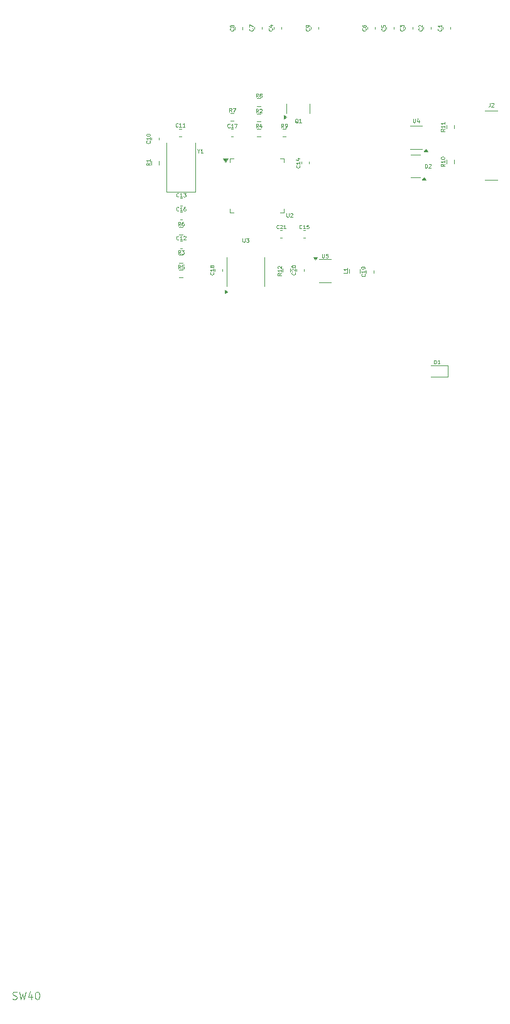
<source format=gbr>
%TF.GenerationSoftware,KiCad,Pcbnew,8.0.1*%
%TF.CreationDate,2024-04-23T17:34:02+02:00*%
%TF.ProjectId,DM50,444d3530-2e6b-4696-9361-645f70636258,rev?*%
%TF.SameCoordinates,Original*%
%TF.FileFunction,Legend,Top*%
%TF.FilePolarity,Positive*%
%FSLAX46Y46*%
G04 Gerber Fmt 4.6, Leading zero omitted, Abs format (unit mm)*
G04 Created by KiCad (PCBNEW 8.0.1) date 2024-04-23 17:34:02*
%MOMM*%
%LPD*%
G01*
G04 APERTURE LIST*
%ADD10C,0.100000*%
%ADD11C,0.120000*%
G04 APERTURE END LIST*
D10*
X72078571Y-52078490D02*
X72054762Y-52102300D01*
X72054762Y-52102300D02*
X71983333Y-52126109D01*
X71983333Y-52126109D02*
X71935714Y-52126109D01*
X71935714Y-52126109D02*
X71864286Y-52102300D01*
X71864286Y-52102300D02*
X71816667Y-52054680D01*
X71816667Y-52054680D02*
X71792857Y-52007061D01*
X71792857Y-52007061D02*
X71769048Y-51911823D01*
X71769048Y-51911823D02*
X71769048Y-51840395D01*
X71769048Y-51840395D02*
X71792857Y-51745157D01*
X71792857Y-51745157D02*
X71816667Y-51697538D01*
X71816667Y-51697538D02*
X71864286Y-51649919D01*
X71864286Y-51649919D02*
X71935714Y-51626109D01*
X71935714Y-51626109D02*
X71983333Y-51626109D01*
X71983333Y-51626109D02*
X72054762Y-51649919D01*
X72054762Y-51649919D02*
X72078571Y-51673728D01*
X72554762Y-52126109D02*
X72269048Y-52126109D01*
X72411905Y-52126109D02*
X72411905Y-51626109D01*
X72411905Y-51626109D02*
X72364286Y-51697538D01*
X72364286Y-51697538D02*
X72316667Y-51745157D01*
X72316667Y-51745157D02*
X72269048Y-51768966D01*
X73030952Y-52126109D02*
X72745238Y-52126109D01*
X72888095Y-52126109D02*
X72888095Y-51626109D01*
X72888095Y-51626109D02*
X72840476Y-51697538D01*
X72840476Y-51697538D02*
X72792857Y-51745157D01*
X72792857Y-51745157D02*
X72745238Y-51768966D01*
X72178571Y-63378490D02*
X72154762Y-63402300D01*
X72154762Y-63402300D02*
X72083333Y-63426109D01*
X72083333Y-63426109D02*
X72035714Y-63426109D01*
X72035714Y-63426109D02*
X71964286Y-63402300D01*
X71964286Y-63402300D02*
X71916667Y-63354680D01*
X71916667Y-63354680D02*
X71892857Y-63307061D01*
X71892857Y-63307061D02*
X71869048Y-63211823D01*
X71869048Y-63211823D02*
X71869048Y-63140395D01*
X71869048Y-63140395D02*
X71892857Y-63045157D01*
X71892857Y-63045157D02*
X71916667Y-62997538D01*
X71916667Y-62997538D02*
X71964286Y-62949919D01*
X71964286Y-62949919D02*
X72035714Y-62926109D01*
X72035714Y-62926109D02*
X72083333Y-62926109D01*
X72083333Y-62926109D02*
X72154762Y-62949919D01*
X72154762Y-62949919D02*
X72178571Y-62973728D01*
X72654762Y-63426109D02*
X72369048Y-63426109D01*
X72511905Y-63426109D02*
X72511905Y-62926109D01*
X72511905Y-62926109D02*
X72464286Y-62997538D01*
X72464286Y-62997538D02*
X72416667Y-63045157D01*
X72416667Y-63045157D02*
X72369048Y-63068966D01*
X73083333Y-62926109D02*
X72988095Y-62926109D01*
X72988095Y-62926109D02*
X72940476Y-62949919D01*
X72940476Y-62949919D02*
X72916666Y-62973728D01*
X72916666Y-62973728D02*
X72869047Y-63045157D01*
X72869047Y-63045157D02*
X72845238Y-63140395D01*
X72845238Y-63140395D02*
X72845238Y-63330871D01*
X72845238Y-63330871D02*
X72869047Y-63378490D01*
X72869047Y-63378490D02*
X72892857Y-63402300D01*
X72892857Y-63402300D02*
X72940476Y-63426109D01*
X72940476Y-63426109D02*
X73035714Y-63426109D01*
X73035714Y-63426109D02*
X73083333Y-63402300D01*
X73083333Y-63402300D02*
X73107142Y-63378490D01*
X73107142Y-63378490D02*
X73130952Y-63330871D01*
X73130952Y-63330871D02*
X73130952Y-63211823D01*
X73130952Y-63211823D02*
X73107142Y-63164204D01*
X73107142Y-63164204D02*
X73083333Y-63140395D01*
X73083333Y-63140395D02*
X73035714Y-63116585D01*
X73035714Y-63116585D02*
X72940476Y-63116585D01*
X72940476Y-63116585D02*
X72892857Y-63140395D01*
X72892857Y-63140395D02*
X72869047Y-63164204D01*
X72869047Y-63164204D02*
X72845238Y-63211823D01*
X86026109Y-71821428D02*
X85788014Y-71988094D01*
X86026109Y-72107142D02*
X85526109Y-72107142D01*
X85526109Y-72107142D02*
X85526109Y-71916666D01*
X85526109Y-71916666D02*
X85549919Y-71869047D01*
X85549919Y-71869047D02*
X85573728Y-71845237D01*
X85573728Y-71845237D02*
X85621347Y-71821428D01*
X85621347Y-71821428D02*
X85692776Y-71821428D01*
X85692776Y-71821428D02*
X85740395Y-71845237D01*
X85740395Y-71845237D02*
X85764204Y-71869047D01*
X85764204Y-71869047D02*
X85788014Y-71916666D01*
X85788014Y-71916666D02*
X85788014Y-72107142D01*
X86026109Y-71345237D02*
X86026109Y-71630951D01*
X86026109Y-71488094D02*
X85526109Y-71488094D01*
X85526109Y-71488094D02*
X85597538Y-71535713D01*
X85597538Y-71535713D02*
X85645157Y-71583332D01*
X85645157Y-71583332D02*
X85668966Y-71630951D01*
X85573728Y-71154761D02*
X85549919Y-71130952D01*
X85549919Y-71130952D02*
X85526109Y-71083333D01*
X85526109Y-71083333D02*
X85526109Y-70964285D01*
X85526109Y-70964285D02*
X85549919Y-70916666D01*
X85549919Y-70916666D02*
X85573728Y-70892857D01*
X85573728Y-70892857D02*
X85621347Y-70869047D01*
X85621347Y-70869047D02*
X85668966Y-70869047D01*
X85668966Y-70869047D02*
X85740395Y-70892857D01*
X85740395Y-70892857D02*
X86026109Y-71178571D01*
X86026109Y-71178571D02*
X86026109Y-70869047D01*
X86316666Y-52226109D02*
X86150000Y-51988014D01*
X86030952Y-52226109D02*
X86030952Y-51726109D01*
X86030952Y-51726109D02*
X86221428Y-51726109D01*
X86221428Y-51726109D02*
X86269047Y-51749919D01*
X86269047Y-51749919D02*
X86292857Y-51773728D01*
X86292857Y-51773728D02*
X86316666Y-51821347D01*
X86316666Y-51821347D02*
X86316666Y-51892776D01*
X86316666Y-51892776D02*
X86292857Y-51940395D01*
X86292857Y-51940395D02*
X86269047Y-51964204D01*
X86269047Y-51964204D02*
X86221428Y-51988014D01*
X86221428Y-51988014D02*
X86030952Y-51988014D01*
X86554762Y-52226109D02*
X86650000Y-52226109D01*
X86650000Y-52226109D02*
X86697619Y-52202300D01*
X86697619Y-52202300D02*
X86721428Y-52178490D01*
X86721428Y-52178490D02*
X86769047Y-52107061D01*
X86769047Y-52107061D02*
X86792857Y-52011823D01*
X86792857Y-52011823D02*
X86792857Y-51821347D01*
X86792857Y-51821347D02*
X86769047Y-51773728D01*
X86769047Y-51773728D02*
X86745238Y-51749919D01*
X86745238Y-51749919D02*
X86697619Y-51726109D01*
X86697619Y-51726109D02*
X86602381Y-51726109D01*
X86602381Y-51726109D02*
X86554762Y-51749919D01*
X86554762Y-51749919D02*
X86530952Y-51773728D01*
X86530952Y-51773728D02*
X86507143Y-51821347D01*
X86507143Y-51821347D02*
X86507143Y-51940395D01*
X86507143Y-51940395D02*
X86530952Y-51988014D01*
X86530952Y-51988014D02*
X86554762Y-52011823D01*
X86554762Y-52011823D02*
X86602381Y-52035633D01*
X86602381Y-52035633D02*
X86697619Y-52035633D01*
X86697619Y-52035633D02*
X86745238Y-52011823D01*
X86745238Y-52011823D02*
X86769047Y-51988014D01*
X86769047Y-51988014D02*
X86792857Y-51940395D01*
X108026109Y-52421428D02*
X107788014Y-52588094D01*
X108026109Y-52707142D02*
X107526109Y-52707142D01*
X107526109Y-52707142D02*
X107526109Y-52516666D01*
X107526109Y-52516666D02*
X107549919Y-52469047D01*
X107549919Y-52469047D02*
X107573728Y-52445237D01*
X107573728Y-52445237D02*
X107621347Y-52421428D01*
X107621347Y-52421428D02*
X107692776Y-52421428D01*
X107692776Y-52421428D02*
X107740395Y-52445237D01*
X107740395Y-52445237D02*
X107764204Y-52469047D01*
X107764204Y-52469047D02*
X107788014Y-52516666D01*
X107788014Y-52516666D02*
X107788014Y-52707142D01*
X108026109Y-51945237D02*
X108026109Y-52230951D01*
X108026109Y-52088094D02*
X107526109Y-52088094D01*
X107526109Y-52088094D02*
X107597538Y-52135713D01*
X107597538Y-52135713D02*
X107645157Y-52183332D01*
X107645157Y-52183332D02*
X107668966Y-52230951D01*
X108026109Y-51469047D02*
X108026109Y-51754761D01*
X108026109Y-51611904D02*
X107526109Y-51611904D01*
X107526109Y-51611904D02*
X107597538Y-51659523D01*
X107597538Y-51659523D02*
X107645157Y-51707142D01*
X107645157Y-51707142D02*
X107668966Y-51754761D01*
X97278490Y-71921428D02*
X97302300Y-71945237D01*
X97302300Y-71945237D02*
X97326109Y-72016666D01*
X97326109Y-72016666D02*
X97326109Y-72064285D01*
X97326109Y-72064285D02*
X97302300Y-72135713D01*
X97302300Y-72135713D02*
X97254680Y-72183332D01*
X97254680Y-72183332D02*
X97207061Y-72207142D01*
X97207061Y-72207142D02*
X97111823Y-72230951D01*
X97111823Y-72230951D02*
X97040395Y-72230951D01*
X97040395Y-72230951D02*
X96945157Y-72207142D01*
X96945157Y-72207142D02*
X96897538Y-72183332D01*
X96897538Y-72183332D02*
X96849919Y-72135713D01*
X96849919Y-72135713D02*
X96826109Y-72064285D01*
X96826109Y-72064285D02*
X96826109Y-72016666D01*
X96826109Y-72016666D02*
X96849919Y-71945237D01*
X96849919Y-71945237D02*
X96873728Y-71921428D01*
X97326109Y-71445237D02*
X97326109Y-71730951D01*
X97326109Y-71588094D02*
X96826109Y-71588094D01*
X96826109Y-71588094D02*
X96897538Y-71635713D01*
X96897538Y-71635713D02*
X96945157Y-71683332D01*
X96945157Y-71683332D02*
X96968966Y-71730951D01*
X97326109Y-71207142D02*
X97326109Y-71111904D01*
X97326109Y-71111904D02*
X97302300Y-71064285D01*
X97302300Y-71064285D02*
X97278490Y-71040476D01*
X97278490Y-71040476D02*
X97207061Y-70992857D01*
X97207061Y-70992857D02*
X97111823Y-70969047D01*
X97111823Y-70969047D02*
X96921347Y-70969047D01*
X96921347Y-70969047D02*
X96873728Y-70992857D01*
X96873728Y-70992857D02*
X96849919Y-71016666D01*
X96849919Y-71016666D02*
X96826109Y-71064285D01*
X96826109Y-71064285D02*
X96826109Y-71159523D01*
X96826109Y-71159523D02*
X96849919Y-71207142D01*
X96849919Y-71207142D02*
X96873728Y-71230952D01*
X96873728Y-71230952D02*
X96921347Y-71254761D01*
X96921347Y-71254761D02*
X97040395Y-71254761D01*
X97040395Y-71254761D02*
X97088014Y-71230952D01*
X97088014Y-71230952D02*
X97111823Y-71207142D01*
X97111823Y-71207142D02*
X97135633Y-71159523D01*
X97135633Y-71159523D02*
X97135633Y-71064285D01*
X97135633Y-71064285D02*
X97111823Y-71016666D01*
X97111823Y-71016666D02*
X97088014Y-70992857D01*
X97088014Y-70992857D02*
X97040395Y-70969047D01*
X87878490Y-71721428D02*
X87902300Y-71745237D01*
X87902300Y-71745237D02*
X87926109Y-71816666D01*
X87926109Y-71816666D02*
X87926109Y-71864285D01*
X87926109Y-71864285D02*
X87902300Y-71935713D01*
X87902300Y-71935713D02*
X87854680Y-71983332D01*
X87854680Y-71983332D02*
X87807061Y-72007142D01*
X87807061Y-72007142D02*
X87711823Y-72030951D01*
X87711823Y-72030951D02*
X87640395Y-72030951D01*
X87640395Y-72030951D02*
X87545157Y-72007142D01*
X87545157Y-72007142D02*
X87497538Y-71983332D01*
X87497538Y-71983332D02*
X87449919Y-71935713D01*
X87449919Y-71935713D02*
X87426109Y-71864285D01*
X87426109Y-71864285D02*
X87426109Y-71816666D01*
X87426109Y-71816666D02*
X87449919Y-71745237D01*
X87449919Y-71745237D02*
X87473728Y-71721428D01*
X87473728Y-71530951D02*
X87449919Y-71507142D01*
X87449919Y-71507142D02*
X87426109Y-71459523D01*
X87426109Y-71459523D02*
X87426109Y-71340475D01*
X87426109Y-71340475D02*
X87449919Y-71292856D01*
X87449919Y-71292856D02*
X87473728Y-71269047D01*
X87473728Y-71269047D02*
X87521347Y-71245237D01*
X87521347Y-71245237D02*
X87568966Y-71245237D01*
X87568966Y-71245237D02*
X87640395Y-71269047D01*
X87640395Y-71269047D02*
X87926109Y-71554761D01*
X87926109Y-71554761D02*
X87926109Y-71245237D01*
X87426109Y-70935714D02*
X87426109Y-70888095D01*
X87426109Y-70888095D02*
X87449919Y-70840476D01*
X87449919Y-70840476D02*
X87473728Y-70816666D01*
X87473728Y-70816666D02*
X87521347Y-70792857D01*
X87521347Y-70792857D02*
X87616585Y-70769047D01*
X87616585Y-70769047D02*
X87735633Y-70769047D01*
X87735633Y-70769047D02*
X87830871Y-70792857D01*
X87830871Y-70792857D02*
X87878490Y-70816666D01*
X87878490Y-70816666D02*
X87902300Y-70840476D01*
X87902300Y-70840476D02*
X87926109Y-70888095D01*
X87926109Y-70888095D02*
X87926109Y-70935714D01*
X87926109Y-70935714D02*
X87902300Y-70983333D01*
X87902300Y-70983333D02*
X87878490Y-71007142D01*
X87878490Y-71007142D02*
X87830871Y-71030952D01*
X87830871Y-71030952D02*
X87735633Y-71054761D01*
X87735633Y-71054761D02*
X87616585Y-71054761D01*
X87616585Y-71054761D02*
X87521347Y-71030952D01*
X87521347Y-71030952D02*
X87473728Y-71007142D01*
X87473728Y-71007142D02*
X87449919Y-70983333D01*
X87449919Y-70983333D02*
X87426109Y-70935714D01*
X79578490Y-38883333D02*
X79602300Y-38907142D01*
X79602300Y-38907142D02*
X79626109Y-38978571D01*
X79626109Y-38978571D02*
X79626109Y-39026190D01*
X79626109Y-39026190D02*
X79602300Y-39097618D01*
X79602300Y-39097618D02*
X79554680Y-39145237D01*
X79554680Y-39145237D02*
X79507061Y-39169047D01*
X79507061Y-39169047D02*
X79411823Y-39192856D01*
X79411823Y-39192856D02*
X79340395Y-39192856D01*
X79340395Y-39192856D02*
X79245157Y-39169047D01*
X79245157Y-39169047D02*
X79197538Y-39145237D01*
X79197538Y-39145237D02*
X79149919Y-39097618D01*
X79149919Y-39097618D02*
X79126109Y-39026190D01*
X79126109Y-39026190D02*
X79126109Y-38978571D01*
X79126109Y-38978571D02*
X79149919Y-38907142D01*
X79149919Y-38907142D02*
X79173728Y-38883333D01*
X79340395Y-38597618D02*
X79316585Y-38645237D01*
X79316585Y-38645237D02*
X79292776Y-38669047D01*
X79292776Y-38669047D02*
X79245157Y-38692856D01*
X79245157Y-38692856D02*
X79221347Y-38692856D01*
X79221347Y-38692856D02*
X79173728Y-38669047D01*
X79173728Y-38669047D02*
X79149919Y-38645237D01*
X79149919Y-38645237D02*
X79126109Y-38597618D01*
X79126109Y-38597618D02*
X79126109Y-38502380D01*
X79126109Y-38502380D02*
X79149919Y-38454761D01*
X79149919Y-38454761D02*
X79173728Y-38430952D01*
X79173728Y-38430952D02*
X79221347Y-38407142D01*
X79221347Y-38407142D02*
X79245157Y-38407142D01*
X79245157Y-38407142D02*
X79292776Y-38430952D01*
X79292776Y-38430952D02*
X79316585Y-38454761D01*
X79316585Y-38454761D02*
X79340395Y-38502380D01*
X79340395Y-38502380D02*
X79340395Y-38597618D01*
X79340395Y-38597618D02*
X79364204Y-38645237D01*
X79364204Y-38645237D02*
X79388014Y-38669047D01*
X79388014Y-38669047D02*
X79435633Y-38692856D01*
X79435633Y-38692856D02*
X79530871Y-38692856D01*
X79530871Y-38692856D02*
X79578490Y-38669047D01*
X79578490Y-38669047D02*
X79602300Y-38645237D01*
X79602300Y-38645237D02*
X79626109Y-38597618D01*
X79626109Y-38597618D02*
X79626109Y-38502380D01*
X79626109Y-38502380D02*
X79602300Y-38454761D01*
X79602300Y-38454761D02*
X79578490Y-38430952D01*
X79578490Y-38430952D02*
X79530871Y-38407142D01*
X79530871Y-38407142D02*
X79435633Y-38407142D01*
X79435633Y-38407142D02*
X79388014Y-38430952D01*
X79388014Y-38430952D02*
X79364204Y-38454761D01*
X79364204Y-38454761D02*
X79340395Y-38502380D01*
X84778490Y-38883333D02*
X84802300Y-38907142D01*
X84802300Y-38907142D02*
X84826109Y-38978571D01*
X84826109Y-38978571D02*
X84826109Y-39026190D01*
X84826109Y-39026190D02*
X84802300Y-39097618D01*
X84802300Y-39097618D02*
X84754680Y-39145237D01*
X84754680Y-39145237D02*
X84707061Y-39169047D01*
X84707061Y-39169047D02*
X84611823Y-39192856D01*
X84611823Y-39192856D02*
X84540395Y-39192856D01*
X84540395Y-39192856D02*
X84445157Y-39169047D01*
X84445157Y-39169047D02*
X84397538Y-39145237D01*
X84397538Y-39145237D02*
X84349919Y-39097618D01*
X84349919Y-39097618D02*
X84326109Y-39026190D01*
X84326109Y-39026190D02*
X84326109Y-38978571D01*
X84326109Y-38978571D02*
X84349919Y-38907142D01*
X84349919Y-38907142D02*
X84373728Y-38883333D01*
X84492776Y-38454761D02*
X84826109Y-38454761D01*
X84302300Y-38573809D02*
X84659442Y-38692856D01*
X84659442Y-38692856D02*
X84659442Y-38383333D01*
X72178571Y-61478490D02*
X72154762Y-61502300D01*
X72154762Y-61502300D02*
X72083333Y-61526109D01*
X72083333Y-61526109D02*
X72035714Y-61526109D01*
X72035714Y-61526109D02*
X71964286Y-61502300D01*
X71964286Y-61502300D02*
X71916667Y-61454680D01*
X71916667Y-61454680D02*
X71892857Y-61407061D01*
X71892857Y-61407061D02*
X71869048Y-61311823D01*
X71869048Y-61311823D02*
X71869048Y-61240395D01*
X71869048Y-61240395D02*
X71892857Y-61145157D01*
X71892857Y-61145157D02*
X71916667Y-61097538D01*
X71916667Y-61097538D02*
X71964286Y-61049919D01*
X71964286Y-61049919D02*
X72035714Y-61026109D01*
X72035714Y-61026109D02*
X72083333Y-61026109D01*
X72083333Y-61026109D02*
X72154762Y-61049919D01*
X72154762Y-61049919D02*
X72178571Y-61073728D01*
X72654762Y-61526109D02*
X72369048Y-61526109D01*
X72511905Y-61526109D02*
X72511905Y-61026109D01*
X72511905Y-61026109D02*
X72464286Y-61097538D01*
X72464286Y-61097538D02*
X72416667Y-61145157D01*
X72416667Y-61145157D02*
X72369048Y-61168966D01*
X72821428Y-61026109D02*
X73130952Y-61026109D01*
X73130952Y-61026109D02*
X72964285Y-61216585D01*
X72964285Y-61216585D02*
X73035714Y-61216585D01*
X73035714Y-61216585D02*
X73083333Y-61240395D01*
X73083333Y-61240395D02*
X73107142Y-61264204D01*
X73107142Y-61264204D02*
X73130952Y-61311823D01*
X73130952Y-61311823D02*
X73130952Y-61430871D01*
X73130952Y-61430871D02*
X73107142Y-61478490D01*
X73107142Y-61478490D02*
X73083333Y-61502300D01*
X73083333Y-61502300D02*
X73035714Y-61526109D01*
X73035714Y-61526109D02*
X72892857Y-61526109D01*
X72892857Y-61526109D02*
X72845238Y-61502300D01*
X72845238Y-61502300D02*
X72821428Y-61478490D01*
X79316666Y-50126109D02*
X79150000Y-49888014D01*
X79030952Y-50126109D02*
X79030952Y-49626109D01*
X79030952Y-49626109D02*
X79221428Y-49626109D01*
X79221428Y-49626109D02*
X79269047Y-49649919D01*
X79269047Y-49649919D02*
X79292857Y-49673728D01*
X79292857Y-49673728D02*
X79316666Y-49721347D01*
X79316666Y-49721347D02*
X79316666Y-49792776D01*
X79316666Y-49792776D02*
X79292857Y-49840395D01*
X79292857Y-49840395D02*
X79269047Y-49864204D01*
X79269047Y-49864204D02*
X79221428Y-49888014D01*
X79221428Y-49888014D02*
X79030952Y-49888014D01*
X79483333Y-49626109D02*
X79816666Y-49626109D01*
X79816666Y-49626109D02*
X79602381Y-50126109D01*
X68278490Y-54021428D02*
X68302300Y-54045237D01*
X68302300Y-54045237D02*
X68326109Y-54116666D01*
X68326109Y-54116666D02*
X68326109Y-54164285D01*
X68326109Y-54164285D02*
X68302300Y-54235713D01*
X68302300Y-54235713D02*
X68254680Y-54283332D01*
X68254680Y-54283332D02*
X68207061Y-54307142D01*
X68207061Y-54307142D02*
X68111823Y-54330951D01*
X68111823Y-54330951D02*
X68040395Y-54330951D01*
X68040395Y-54330951D02*
X67945157Y-54307142D01*
X67945157Y-54307142D02*
X67897538Y-54283332D01*
X67897538Y-54283332D02*
X67849919Y-54235713D01*
X67849919Y-54235713D02*
X67826109Y-54164285D01*
X67826109Y-54164285D02*
X67826109Y-54116666D01*
X67826109Y-54116666D02*
X67849919Y-54045237D01*
X67849919Y-54045237D02*
X67873728Y-54021428D01*
X68326109Y-53545237D02*
X68326109Y-53830951D01*
X68326109Y-53688094D02*
X67826109Y-53688094D01*
X67826109Y-53688094D02*
X67897538Y-53735713D01*
X67897538Y-53735713D02*
X67945157Y-53783332D01*
X67945157Y-53783332D02*
X67968966Y-53830951D01*
X67826109Y-53235714D02*
X67826109Y-53188095D01*
X67826109Y-53188095D02*
X67849919Y-53140476D01*
X67849919Y-53140476D02*
X67873728Y-53116666D01*
X67873728Y-53116666D02*
X67921347Y-53092857D01*
X67921347Y-53092857D02*
X68016585Y-53069047D01*
X68016585Y-53069047D02*
X68135633Y-53069047D01*
X68135633Y-53069047D02*
X68230871Y-53092857D01*
X68230871Y-53092857D02*
X68278490Y-53116666D01*
X68278490Y-53116666D02*
X68302300Y-53140476D01*
X68302300Y-53140476D02*
X68326109Y-53188095D01*
X68326109Y-53188095D02*
X68326109Y-53235714D01*
X68326109Y-53235714D02*
X68302300Y-53283333D01*
X68302300Y-53283333D02*
X68278490Y-53307142D01*
X68278490Y-53307142D02*
X68230871Y-53330952D01*
X68230871Y-53330952D02*
X68135633Y-53354761D01*
X68135633Y-53354761D02*
X68016585Y-53354761D01*
X68016585Y-53354761D02*
X67921347Y-53330952D01*
X67921347Y-53330952D02*
X67873728Y-53307142D01*
X67873728Y-53307142D02*
X67849919Y-53283333D01*
X67849919Y-53283333D02*
X67826109Y-53235714D01*
X72416666Y-71226109D02*
X72250000Y-70988014D01*
X72130952Y-71226109D02*
X72130952Y-70726109D01*
X72130952Y-70726109D02*
X72321428Y-70726109D01*
X72321428Y-70726109D02*
X72369047Y-70749919D01*
X72369047Y-70749919D02*
X72392857Y-70773728D01*
X72392857Y-70773728D02*
X72416666Y-70821347D01*
X72416666Y-70821347D02*
X72416666Y-70892776D01*
X72416666Y-70892776D02*
X72392857Y-70940395D01*
X72392857Y-70940395D02*
X72369047Y-70964204D01*
X72369047Y-70964204D02*
X72321428Y-70988014D01*
X72321428Y-70988014D02*
X72130952Y-70988014D01*
X72869047Y-70726109D02*
X72630952Y-70726109D01*
X72630952Y-70726109D02*
X72607143Y-70964204D01*
X72607143Y-70964204D02*
X72630952Y-70940395D01*
X72630952Y-70940395D02*
X72678571Y-70916585D01*
X72678571Y-70916585D02*
X72797619Y-70916585D01*
X72797619Y-70916585D02*
X72845238Y-70940395D01*
X72845238Y-70940395D02*
X72869047Y-70964204D01*
X72869047Y-70964204D02*
X72892857Y-71011823D01*
X72892857Y-71011823D02*
X72892857Y-71130871D01*
X72892857Y-71130871D02*
X72869047Y-71178490D01*
X72869047Y-71178490D02*
X72845238Y-71202300D01*
X72845238Y-71202300D02*
X72797619Y-71226109D01*
X72797619Y-71226109D02*
X72678571Y-71226109D01*
X72678571Y-71226109D02*
X72630952Y-71202300D01*
X72630952Y-71202300D02*
X72607143Y-71178490D01*
X97378490Y-38883333D02*
X97402300Y-38907142D01*
X97402300Y-38907142D02*
X97426109Y-38978571D01*
X97426109Y-38978571D02*
X97426109Y-39026190D01*
X97426109Y-39026190D02*
X97402300Y-39097618D01*
X97402300Y-39097618D02*
X97354680Y-39145237D01*
X97354680Y-39145237D02*
X97307061Y-39169047D01*
X97307061Y-39169047D02*
X97211823Y-39192856D01*
X97211823Y-39192856D02*
X97140395Y-39192856D01*
X97140395Y-39192856D02*
X97045157Y-39169047D01*
X97045157Y-39169047D02*
X96997538Y-39145237D01*
X96997538Y-39145237D02*
X96949919Y-39097618D01*
X96949919Y-39097618D02*
X96926109Y-39026190D01*
X96926109Y-39026190D02*
X96926109Y-38978571D01*
X96926109Y-38978571D02*
X96949919Y-38907142D01*
X96949919Y-38907142D02*
X96973728Y-38883333D01*
X96926109Y-38454761D02*
X96926109Y-38549999D01*
X96926109Y-38549999D02*
X96949919Y-38597618D01*
X96949919Y-38597618D02*
X96973728Y-38621428D01*
X96973728Y-38621428D02*
X97045157Y-38669047D01*
X97045157Y-38669047D02*
X97140395Y-38692856D01*
X97140395Y-38692856D02*
X97330871Y-38692856D01*
X97330871Y-38692856D02*
X97378490Y-38669047D01*
X97378490Y-38669047D02*
X97402300Y-38645237D01*
X97402300Y-38645237D02*
X97426109Y-38597618D01*
X97426109Y-38597618D02*
X97426109Y-38502380D01*
X97426109Y-38502380D02*
X97402300Y-38454761D01*
X97402300Y-38454761D02*
X97378490Y-38430952D01*
X97378490Y-38430952D02*
X97330871Y-38407142D01*
X97330871Y-38407142D02*
X97211823Y-38407142D01*
X97211823Y-38407142D02*
X97164204Y-38430952D01*
X97164204Y-38430952D02*
X97140395Y-38454761D01*
X97140395Y-38454761D02*
X97116585Y-38502380D01*
X97116585Y-38502380D02*
X97116585Y-38597618D01*
X97116585Y-38597618D02*
X97140395Y-38645237D01*
X97140395Y-38645237D02*
X97164204Y-38669047D01*
X97164204Y-38669047D02*
X97211823Y-38692856D01*
X89778490Y-38883333D02*
X89802300Y-38907142D01*
X89802300Y-38907142D02*
X89826109Y-38978571D01*
X89826109Y-38978571D02*
X89826109Y-39026190D01*
X89826109Y-39026190D02*
X89802300Y-39097618D01*
X89802300Y-39097618D02*
X89754680Y-39145237D01*
X89754680Y-39145237D02*
X89707061Y-39169047D01*
X89707061Y-39169047D02*
X89611823Y-39192856D01*
X89611823Y-39192856D02*
X89540395Y-39192856D01*
X89540395Y-39192856D02*
X89445157Y-39169047D01*
X89445157Y-39169047D02*
X89397538Y-39145237D01*
X89397538Y-39145237D02*
X89349919Y-39097618D01*
X89349919Y-39097618D02*
X89326109Y-39026190D01*
X89326109Y-39026190D02*
X89326109Y-38978571D01*
X89326109Y-38978571D02*
X89349919Y-38907142D01*
X89349919Y-38907142D02*
X89373728Y-38883333D01*
X89826109Y-38645237D02*
X89826109Y-38549999D01*
X89826109Y-38549999D02*
X89802300Y-38502380D01*
X89802300Y-38502380D02*
X89778490Y-38478571D01*
X89778490Y-38478571D02*
X89707061Y-38430952D01*
X89707061Y-38430952D02*
X89611823Y-38407142D01*
X89611823Y-38407142D02*
X89421347Y-38407142D01*
X89421347Y-38407142D02*
X89373728Y-38430952D01*
X89373728Y-38430952D02*
X89349919Y-38454761D01*
X89349919Y-38454761D02*
X89326109Y-38502380D01*
X89326109Y-38502380D02*
X89326109Y-38597618D01*
X89326109Y-38597618D02*
X89349919Y-38645237D01*
X89349919Y-38645237D02*
X89373728Y-38669047D01*
X89373728Y-38669047D02*
X89421347Y-38692856D01*
X89421347Y-38692856D02*
X89540395Y-38692856D01*
X89540395Y-38692856D02*
X89588014Y-38669047D01*
X89588014Y-38669047D02*
X89611823Y-38645237D01*
X89611823Y-38645237D02*
X89635633Y-38597618D01*
X89635633Y-38597618D02*
X89635633Y-38502380D01*
X89635633Y-38502380D02*
X89611823Y-38454761D01*
X89611823Y-38454761D02*
X89588014Y-38430952D01*
X89588014Y-38430952D02*
X89540395Y-38407142D01*
X107578490Y-38883333D02*
X107602300Y-38907142D01*
X107602300Y-38907142D02*
X107626109Y-38978571D01*
X107626109Y-38978571D02*
X107626109Y-39026190D01*
X107626109Y-39026190D02*
X107602300Y-39097618D01*
X107602300Y-39097618D02*
X107554680Y-39145237D01*
X107554680Y-39145237D02*
X107507061Y-39169047D01*
X107507061Y-39169047D02*
X107411823Y-39192856D01*
X107411823Y-39192856D02*
X107340395Y-39192856D01*
X107340395Y-39192856D02*
X107245157Y-39169047D01*
X107245157Y-39169047D02*
X107197538Y-39145237D01*
X107197538Y-39145237D02*
X107149919Y-39097618D01*
X107149919Y-39097618D02*
X107126109Y-39026190D01*
X107126109Y-39026190D02*
X107126109Y-38978571D01*
X107126109Y-38978571D02*
X107149919Y-38907142D01*
X107149919Y-38907142D02*
X107173728Y-38883333D01*
X107626109Y-38407142D02*
X107626109Y-38692856D01*
X107626109Y-38549999D02*
X107126109Y-38549999D01*
X107126109Y-38549999D02*
X107197538Y-38597618D01*
X107197538Y-38597618D02*
X107245157Y-38645237D01*
X107245157Y-38645237D02*
X107268966Y-38692856D01*
X108026109Y-57121428D02*
X107788014Y-57288094D01*
X108026109Y-57407142D02*
X107526109Y-57407142D01*
X107526109Y-57407142D02*
X107526109Y-57216666D01*
X107526109Y-57216666D02*
X107549919Y-57169047D01*
X107549919Y-57169047D02*
X107573728Y-57145237D01*
X107573728Y-57145237D02*
X107621347Y-57121428D01*
X107621347Y-57121428D02*
X107692776Y-57121428D01*
X107692776Y-57121428D02*
X107740395Y-57145237D01*
X107740395Y-57145237D02*
X107764204Y-57169047D01*
X107764204Y-57169047D02*
X107788014Y-57216666D01*
X107788014Y-57216666D02*
X107788014Y-57407142D01*
X108026109Y-56645237D02*
X108026109Y-56930951D01*
X108026109Y-56788094D02*
X107526109Y-56788094D01*
X107526109Y-56788094D02*
X107597538Y-56835713D01*
X107597538Y-56835713D02*
X107645157Y-56883332D01*
X107645157Y-56883332D02*
X107668966Y-56930951D01*
X107526109Y-56335714D02*
X107526109Y-56288095D01*
X107526109Y-56288095D02*
X107549919Y-56240476D01*
X107549919Y-56240476D02*
X107573728Y-56216666D01*
X107573728Y-56216666D02*
X107621347Y-56192857D01*
X107621347Y-56192857D02*
X107716585Y-56169047D01*
X107716585Y-56169047D02*
X107835633Y-56169047D01*
X107835633Y-56169047D02*
X107930871Y-56192857D01*
X107930871Y-56192857D02*
X107978490Y-56216666D01*
X107978490Y-56216666D02*
X108002300Y-56240476D01*
X108002300Y-56240476D02*
X108026109Y-56288095D01*
X108026109Y-56288095D02*
X108026109Y-56335714D01*
X108026109Y-56335714D02*
X108002300Y-56383333D01*
X108002300Y-56383333D02*
X107978490Y-56407142D01*
X107978490Y-56407142D02*
X107930871Y-56430952D01*
X107930871Y-56430952D02*
X107835633Y-56454761D01*
X107835633Y-56454761D02*
X107716585Y-56454761D01*
X107716585Y-56454761D02*
X107621347Y-56430952D01*
X107621347Y-56430952D02*
X107573728Y-56407142D01*
X107573728Y-56407142D02*
X107549919Y-56383333D01*
X107549919Y-56383333D02*
X107526109Y-56335714D01*
X88252380Y-51573728D02*
X88204761Y-51549919D01*
X88204761Y-51549919D02*
X88157142Y-51502300D01*
X88157142Y-51502300D02*
X88085714Y-51430871D01*
X88085714Y-51430871D02*
X88038095Y-51407061D01*
X88038095Y-51407061D02*
X87990476Y-51407061D01*
X88014285Y-51526109D02*
X87966666Y-51502300D01*
X87966666Y-51502300D02*
X87919047Y-51454680D01*
X87919047Y-51454680D02*
X87895238Y-51359442D01*
X87895238Y-51359442D02*
X87895238Y-51192776D01*
X87895238Y-51192776D02*
X87919047Y-51097538D01*
X87919047Y-51097538D02*
X87966666Y-51049919D01*
X87966666Y-51049919D02*
X88014285Y-51026109D01*
X88014285Y-51026109D02*
X88109523Y-51026109D01*
X88109523Y-51026109D02*
X88157142Y-51049919D01*
X88157142Y-51049919D02*
X88204761Y-51097538D01*
X88204761Y-51097538D02*
X88228571Y-51192776D01*
X88228571Y-51192776D02*
X88228571Y-51359442D01*
X88228571Y-51359442D02*
X88204761Y-51454680D01*
X88204761Y-51454680D02*
X88157142Y-51502300D01*
X88157142Y-51502300D02*
X88109523Y-51526109D01*
X88109523Y-51526109D02*
X88014285Y-51526109D01*
X88704762Y-51526109D02*
X88419048Y-51526109D01*
X88561905Y-51526109D02*
X88561905Y-51026109D01*
X88561905Y-51026109D02*
X88514286Y-51097538D01*
X88514286Y-51097538D02*
X88466667Y-51145157D01*
X88466667Y-51145157D02*
X88419048Y-51168966D01*
X82916666Y-50226109D02*
X82750000Y-49988014D01*
X82630952Y-50226109D02*
X82630952Y-49726109D01*
X82630952Y-49726109D02*
X82821428Y-49726109D01*
X82821428Y-49726109D02*
X82869047Y-49749919D01*
X82869047Y-49749919D02*
X82892857Y-49773728D01*
X82892857Y-49773728D02*
X82916666Y-49821347D01*
X82916666Y-49821347D02*
X82916666Y-49892776D01*
X82916666Y-49892776D02*
X82892857Y-49940395D01*
X82892857Y-49940395D02*
X82869047Y-49964204D01*
X82869047Y-49964204D02*
X82821428Y-49988014D01*
X82821428Y-49988014D02*
X82630952Y-49988014D01*
X83107143Y-49773728D02*
X83130952Y-49749919D01*
X83130952Y-49749919D02*
X83178571Y-49726109D01*
X83178571Y-49726109D02*
X83297619Y-49726109D01*
X83297619Y-49726109D02*
X83345238Y-49749919D01*
X83345238Y-49749919D02*
X83369047Y-49773728D01*
X83369047Y-49773728D02*
X83392857Y-49821347D01*
X83392857Y-49821347D02*
X83392857Y-49868966D01*
X83392857Y-49868966D02*
X83369047Y-49940395D01*
X83369047Y-49940395D02*
X83083333Y-50226109D01*
X83083333Y-50226109D02*
X83392857Y-50226109D01*
X91531547Y-69226109D02*
X91531547Y-69630871D01*
X91531547Y-69630871D02*
X91555357Y-69678490D01*
X91555357Y-69678490D02*
X91579166Y-69702300D01*
X91579166Y-69702300D02*
X91626785Y-69726109D01*
X91626785Y-69726109D02*
X91722023Y-69726109D01*
X91722023Y-69726109D02*
X91769642Y-69702300D01*
X91769642Y-69702300D02*
X91793452Y-69678490D01*
X91793452Y-69678490D02*
X91817261Y-69630871D01*
X91817261Y-69630871D02*
X91817261Y-69226109D01*
X92293452Y-69226109D02*
X92055357Y-69226109D01*
X92055357Y-69226109D02*
X92031548Y-69464204D01*
X92031548Y-69464204D02*
X92055357Y-69440395D01*
X92055357Y-69440395D02*
X92102976Y-69416585D01*
X92102976Y-69416585D02*
X92222024Y-69416585D01*
X92222024Y-69416585D02*
X92269643Y-69440395D01*
X92269643Y-69440395D02*
X92293452Y-69464204D01*
X92293452Y-69464204D02*
X92317262Y-69511823D01*
X92317262Y-69511823D02*
X92317262Y-69630871D01*
X92317262Y-69630871D02*
X92293452Y-69678490D01*
X92293452Y-69678490D02*
X92269643Y-69702300D01*
X92269643Y-69702300D02*
X92222024Y-69726109D01*
X92222024Y-69726109D02*
X92102976Y-69726109D01*
X92102976Y-69726109D02*
X92055357Y-69702300D01*
X92055357Y-69702300D02*
X92031548Y-69678490D01*
X104978490Y-38883333D02*
X105002300Y-38907142D01*
X105002300Y-38907142D02*
X105026109Y-38978571D01*
X105026109Y-38978571D02*
X105026109Y-39026190D01*
X105026109Y-39026190D02*
X105002300Y-39097618D01*
X105002300Y-39097618D02*
X104954680Y-39145237D01*
X104954680Y-39145237D02*
X104907061Y-39169047D01*
X104907061Y-39169047D02*
X104811823Y-39192856D01*
X104811823Y-39192856D02*
X104740395Y-39192856D01*
X104740395Y-39192856D02*
X104645157Y-39169047D01*
X104645157Y-39169047D02*
X104597538Y-39145237D01*
X104597538Y-39145237D02*
X104549919Y-39097618D01*
X104549919Y-39097618D02*
X104526109Y-39026190D01*
X104526109Y-39026190D02*
X104526109Y-38978571D01*
X104526109Y-38978571D02*
X104549919Y-38907142D01*
X104549919Y-38907142D02*
X104573728Y-38883333D01*
X104573728Y-38692856D02*
X104549919Y-38669047D01*
X104549919Y-38669047D02*
X104526109Y-38621428D01*
X104526109Y-38621428D02*
X104526109Y-38502380D01*
X104526109Y-38502380D02*
X104549919Y-38454761D01*
X104549919Y-38454761D02*
X104573728Y-38430952D01*
X104573728Y-38430952D02*
X104621347Y-38407142D01*
X104621347Y-38407142D02*
X104668966Y-38407142D01*
X104668966Y-38407142D02*
X104740395Y-38430952D01*
X104740395Y-38430952D02*
X105026109Y-38716666D01*
X105026109Y-38716666D02*
X105026109Y-38407142D01*
X102478490Y-38883333D02*
X102502300Y-38907142D01*
X102502300Y-38907142D02*
X102526109Y-38978571D01*
X102526109Y-38978571D02*
X102526109Y-39026190D01*
X102526109Y-39026190D02*
X102502300Y-39097618D01*
X102502300Y-39097618D02*
X102454680Y-39145237D01*
X102454680Y-39145237D02*
X102407061Y-39169047D01*
X102407061Y-39169047D02*
X102311823Y-39192856D01*
X102311823Y-39192856D02*
X102240395Y-39192856D01*
X102240395Y-39192856D02*
X102145157Y-39169047D01*
X102145157Y-39169047D02*
X102097538Y-39145237D01*
X102097538Y-39145237D02*
X102049919Y-39097618D01*
X102049919Y-39097618D02*
X102026109Y-39026190D01*
X102026109Y-39026190D02*
X102026109Y-38978571D01*
X102026109Y-38978571D02*
X102049919Y-38907142D01*
X102049919Y-38907142D02*
X102073728Y-38883333D01*
X102026109Y-38716666D02*
X102026109Y-38407142D01*
X102026109Y-38407142D02*
X102216585Y-38573809D01*
X102216585Y-38573809D02*
X102216585Y-38502380D01*
X102216585Y-38502380D02*
X102240395Y-38454761D01*
X102240395Y-38454761D02*
X102264204Y-38430952D01*
X102264204Y-38430952D02*
X102311823Y-38407142D01*
X102311823Y-38407142D02*
X102430871Y-38407142D01*
X102430871Y-38407142D02*
X102478490Y-38430952D01*
X102478490Y-38430952D02*
X102502300Y-38454761D01*
X102502300Y-38454761D02*
X102526109Y-38502380D01*
X102526109Y-38502380D02*
X102526109Y-38645237D01*
X102526109Y-38645237D02*
X102502300Y-38692856D01*
X102502300Y-38692856D02*
X102478490Y-38716666D01*
X82178490Y-38883333D02*
X82202300Y-38907142D01*
X82202300Y-38907142D02*
X82226109Y-38978571D01*
X82226109Y-38978571D02*
X82226109Y-39026190D01*
X82226109Y-39026190D02*
X82202300Y-39097618D01*
X82202300Y-39097618D02*
X82154680Y-39145237D01*
X82154680Y-39145237D02*
X82107061Y-39169047D01*
X82107061Y-39169047D02*
X82011823Y-39192856D01*
X82011823Y-39192856D02*
X81940395Y-39192856D01*
X81940395Y-39192856D02*
X81845157Y-39169047D01*
X81845157Y-39169047D02*
X81797538Y-39145237D01*
X81797538Y-39145237D02*
X81749919Y-39097618D01*
X81749919Y-39097618D02*
X81726109Y-39026190D01*
X81726109Y-39026190D02*
X81726109Y-38978571D01*
X81726109Y-38978571D02*
X81749919Y-38907142D01*
X81749919Y-38907142D02*
X81773728Y-38883333D01*
X81726109Y-38716666D02*
X81726109Y-38383333D01*
X81726109Y-38383333D02*
X82226109Y-38597618D01*
X88778571Y-65778490D02*
X88754762Y-65802300D01*
X88754762Y-65802300D02*
X88683333Y-65826109D01*
X88683333Y-65826109D02*
X88635714Y-65826109D01*
X88635714Y-65826109D02*
X88564286Y-65802300D01*
X88564286Y-65802300D02*
X88516667Y-65754680D01*
X88516667Y-65754680D02*
X88492857Y-65707061D01*
X88492857Y-65707061D02*
X88469048Y-65611823D01*
X88469048Y-65611823D02*
X88469048Y-65540395D01*
X88469048Y-65540395D02*
X88492857Y-65445157D01*
X88492857Y-65445157D02*
X88516667Y-65397538D01*
X88516667Y-65397538D02*
X88564286Y-65349919D01*
X88564286Y-65349919D02*
X88635714Y-65326109D01*
X88635714Y-65326109D02*
X88683333Y-65326109D01*
X88683333Y-65326109D02*
X88754762Y-65349919D01*
X88754762Y-65349919D02*
X88778571Y-65373728D01*
X89254762Y-65826109D02*
X88969048Y-65826109D01*
X89111905Y-65826109D02*
X89111905Y-65326109D01*
X89111905Y-65326109D02*
X89064286Y-65397538D01*
X89064286Y-65397538D02*
X89016667Y-65445157D01*
X89016667Y-65445157D02*
X88969048Y-65468966D01*
X89707142Y-65326109D02*
X89469047Y-65326109D01*
X89469047Y-65326109D02*
X89445238Y-65564204D01*
X89445238Y-65564204D02*
X89469047Y-65540395D01*
X89469047Y-65540395D02*
X89516666Y-65516585D01*
X89516666Y-65516585D02*
X89635714Y-65516585D01*
X89635714Y-65516585D02*
X89683333Y-65540395D01*
X89683333Y-65540395D02*
X89707142Y-65564204D01*
X89707142Y-65564204D02*
X89730952Y-65611823D01*
X89730952Y-65611823D02*
X89730952Y-65730871D01*
X89730952Y-65730871D02*
X89707142Y-65778490D01*
X89707142Y-65778490D02*
X89683333Y-65802300D01*
X89683333Y-65802300D02*
X89635714Y-65826109D01*
X89635714Y-65826109D02*
X89516666Y-65826109D01*
X89516666Y-65826109D02*
X89469047Y-65802300D01*
X89469047Y-65802300D02*
X89445238Y-65778490D01*
X72416666Y-69226109D02*
X72250000Y-68988014D01*
X72130952Y-69226109D02*
X72130952Y-68726109D01*
X72130952Y-68726109D02*
X72321428Y-68726109D01*
X72321428Y-68726109D02*
X72369047Y-68749919D01*
X72369047Y-68749919D02*
X72392857Y-68773728D01*
X72392857Y-68773728D02*
X72416666Y-68821347D01*
X72416666Y-68821347D02*
X72416666Y-68892776D01*
X72416666Y-68892776D02*
X72392857Y-68940395D01*
X72392857Y-68940395D02*
X72369047Y-68964204D01*
X72369047Y-68964204D02*
X72321428Y-68988014D01*
X72321428Y-68988014D02*
X72130952Y-68988014D01*
X72583333Y-68726109D02*
X72892857Y-68726109D01*
X72892857Y-68726109D02*
X72726190Y-68916585D01*
X72726190Y-68916585D02*
X72797619Y-68916585D01*
X72797619Y-68916585D02*
X72845238Y-68940395D01*
X72845238Y-68940395D02*
X72869047Y-68964204D01*
X72869047Y-68964204D02*
X72892857Y-69011823D01*
X72892857Y-69011823D02*
X72892857Y-69130871D01*
X72892857Y-69130871D02*
X72869047Y-69178490D01*
X72869047Y-69178490D02*
X72845238Y-69202300D01*
X72845238Y-69202300D02*
X72797619Y-69226109D01*
X72797619Y-69226109D02*
X72654762Y-69226109D01*
X72654762Y-69226109D02*
X72607143Y-69202300D01*
X72607143Y-69202300D02*
X72583333Y-69178490D01*
X99978490Y-38883333D02*
X100002300Y-38907142D01*
X100002300Y-38907142D02*
X100026109Y-38978571D01*
X100026109Y-38978571D02*
X100026109Y-39026190D01*
X100026109Y-39026190D02*
X100002300Y-39097618D01*
X100002300Y-39097618D02*
X99954680Y-39145237D01*
X99954680Y-39145237D02*
X99907061Y-39169047D01*
X99907061Y-39169047D02*
X99811823Y-39192856D01*
X99811823Y-39192856D02*
X99740395Y-39192856D01*
X99740395Y-39192856D02*
X99645157Y-39169047D01*
X99645157Y-39169047D02*
X99597538Y-39145237D01*
X99597538Y-39145237D02*
X99549919Y-39097618D01*
X99549919Y-39097618D02*
X99526109Y-39026190D01*
X99526109Y-39026190D02*
X99526109Y-38978571D01*
X99526109Y-38978571D02*
X99549919Y-38907142D01*
X99549919Y-38907142D02*
X99573728Y-38883333D01*
X99526109Y-38430952D02*
X99526109Y-38669047D01*
X99526109Y-38669047D02*
X99764204Y-38692856D01*
X99764204Y-38692856D02*
X99740395Y-38669047D01*
X99740395Y-38669047D02*
X99716585Y-38621428D01*
X99716585Y-38621428D02*
X99716585Y-38502380D01*
X99716585Y-38502380D02*
X99740395Y-38454761D01*
X99740395Y-38454761D02*
X99764204Y-38430952D01*
X99764204Y-38430952D02*
X99811823Y-38407142D01*
X99811823Y-38407142D02*
X99930871Y-38407142D01*
X99930871Y-38407142D02*
X99978490Y-38430952D01*
X99978490Y-38430952D02*
X100002300Y-38454761D01*
X100002300Y-38454761D02*
X100026109Y-38502380D01*
X100026109Y-38502380D02*
X100026109Y-38621428D01*
X100026109Y-38621428D02*
X100002300Y-38669047D01*
X100002300Y-38669047D02*
X99978490Y-38692856D01*
X79078571Y-52178490D02*
X79054762Y-52202300D01*
X79054762Y-52202300D02*
X78983333Y-52226109D01*
X78983333Y-52226109D02*
X78935714Y-52226109D01*
X78935714Y-52226109D02*
X78864286Y-52202300D01*
X78864286Y-52202300D02*
X78816667Y-52154680D01*
X78816667Y-52154680D02*
X78792857Y-52107061D01*
X78792857Y-52107061D02*
X78769048Y-52011823D01*
X78769048Y-52011823D02*
X78769048Y-51940395D01*
X78769048Y-51940395D02*
X78792857Y-51845157D01*
X78792857Y-51845157D02*
X78816667Y-51797538D01*
X78816667Y-51797538D02*
X78864286Y-51749919D01*
X78864286Y-51749919D02*
X78935714Y-51726109D01*
X78935714Y-51726109D02*
X78983333Y-51726109D01*
X78983333Y-51726109D02*
X79054762Y-51749919D01*
X79054762Y-51749919D02*
X79078571Y-51773728D01*
X79554762Y-52226109D02*
X79269048Y-52226109D01*
X79411905Y-52226109D02*
X79411905Y-51726109D01*
X79411905Y-51726109D02*
X79364286Y-51797538D01*
X79364286Y-51797538D02*
X79316667Y-51845157D01*
X79316667Y-51845157D02*
X79269048Y-51868966D01*
X79721428Y-51726109D02*
X80054761Y-51726109D01*
X80054761Y-51726109D02*
X79840476Y-52226109D01*
X82916666Y-48126109D02*
X82750000Y-47888014D01*
X82630952Y-48126109D02*
X82630952Y-47626109D01*
X82630952Y-47626109D02*
X82821428Y-47626109D01*
X82821428Y-47626109D02*
X82869047Y-47649919D01*
X82869047Y-47649919D02*
X82892857Y-47673728D01*
X82892857Y-47673728D02*
X82916666Y-47721347D01*
X82916666Y-47721347D02*
X82916666Y-47792776D01*
X82916666Y-47792776D02*
X82892857Y-47840395D01*
X82892857Y-47840395D02*
X82869047Y-47864204D01*
X82869047Y-47864204D02*
X82821428Y-47888014D01*
X82821428Y-47888014D02*
X82630952Y-47888014D01*
X83202381Y-47840395D02*
X83154762Y-47816585D01*
X83154762Y-47816585D02*
X83130952Y-47792776D01*
X83130952Y-47792776D02*
X83107143Y-47745157D01*
X83107143Y-47745157D02*
X83107143Y-47721347D01*
X83107143Y-47721347D02*
X83130952Y-47673728D01*
X83130952Y-47673728D02*
X83154762Y-47649919D01*
X83154762Y-47649919D02*
X83202381Y-47626109D01*
X83202381Y-47626109D02*
X83297619Y-47626109D01*
X83297619Y-47626109D02*
X83345238Y-47649919D01*
X83345238Y-47649919D02*
X83369047Y-47673728D01*
X83369047Y-47673728D02*
X83392857Y-47721347D01*
X83392857Y-47721347D02*
X83392857Y-47745157D01*
X83392857Y-47745157D02*
X83369047Y-47792776D01*
X83369047Y-47792776D02*
X83345238Y-47816585D01*
X83345238Y-47816585D02*
X83297619Y-47840395D01*
X83297619Y-47840395D02*
X83202381Y-47840395D01*
X83202381Y-47840395D02*
X83154762Y-47864204D01*
X83154762Y-47864204D02*
X83130952Y-47888014D01*
X83130952Y-47888014D02*
X83107143Y-47935633D01*
X83107143Y-47935633D02*
X83107143Y-48030871D01*
X83107143Y-48030871D02*
X83130952Y-48078490D01*
X83130952Y-48078490D02*
X83154762Y-48102300D01*
X83154762Y-48102300D02*
X83202381Y-48126109D01*
X83202381Y-48126109D02*
X83297619Y-48126109D01*
X83297619Y-48126109D02*
X83345238Y-48102300D01*
X83345238Y-48102300D02*
X83369047Y-48078490D01*
X83369047Y-48078490D02*
X83392857Y-48030871D01*
X83392857Y-48030871D02*
X83392857Y-47935633D01*
X83392857Y-47935633D02*
X83369047Y-47888014D01*
X83369047Y-47888014D02*
X83345238Y-47864204D01*
X83345238Y-47864204D02*
X83297619Y-47840395D01*
X82916666Y-52226109D02*
X82750000Y-51988014D01*
X82630952Y-52226109D02*
X82630952Y-51726109D01*
X82630952Y-51726109D02*
X82821428Y-51726109D01*
X82821428Y-51726109D02*
X82869047Y-51749919D01*
X82869047Y-51749919D02*
X82892857Y-51773728D01*
X82892857Y-51773728D02*
X82916666Y-51821347D01*
X82916666Y-51821347D02*
X82916666Y-51892776D01*
X82916666Y-51892776D02*
X82892857Y-51940395D01*
X82892857Y-51940395D02*
X82869047Y-51964204D01*
X82869047Y-51964204D02*
X82821428Y-51988014D01*
X82821428Y-51988014D02*
X82630952Y-51988014D01*
X83345238Y-51892776D02*
X83345238Y-52226109D01*
X83226190Y-51702300D02*
X83107143Y-52059442D01*
X83107143Y-52059442D02*
X83416666Y-52059442D01*
X106630952Y-84026109D02*
X106630952Y-83526109D01*
X106630952Y-83526109D02*
X106750000Y-83526109D01*
X106750000Y-83526109D02*
X106821428Y-83549919D01*
X106821428Y-83549919D02*
X106869047Y-83597538D01*
X106869047Y-83597538D02*
X106892857Y-83645157D01*
X106892857Y-83645157D02*
X106916666Y-83740395D01*
X106916666Y-83740395D02*
X106916666Y-83811823D01*
X106916666Y-83811823D02*
X106892857Y-83907061D01*
X106892857Y-83907061D02*
X106869047Y-83954680D01*
X106869047Y-83954680D02*
X106821428Y-84002300D01*
X106821428Y-84002300D02*
X106750000Y-84026109D01*
X106750000Y-84026109D02*
X106630952Y-84026109D01*
X107392857Y-84026109D02*
X107107143Y-84026109D01*
X107250000Y-84026109D02*
X107250000Y-83526109D01*
X107250000Y-83526109D02*
X107202381Y-83597538D01*
X107202381Y-83597538D02*
X107154762Y-83645157D01*
X107154762Y-83645157D02*
X107107143Y-83668966D01*
X72178571Y-67278490D02*
X72154762Y-67302300D01*
X72154762Y-67302300D02*
X72083333Y-67326109D01*
X72083333Y-67326109D02*
X72035714Y-67326109D01*
X72035714Y-67326109D02*
X71964286Y-67302300D01*
X71964286Y-67302300D02*
X71916667Y-67254680D01*
X71916667Y-67254680D02*
X71892857Y-67207061D01*
X71892857Y-67207061D02*
X71869048Y-67111823D01*
X71869048Y-67111823D02*
X71869048Y-67040395D01*
X71869048Y-67040395D02*
X71892857Y-66945157D01*
X71892857Y-66945157D02*
X71916667Y-66897538D01*
X71916667Y-66897538D02*
X71964286Y-66849919D01*
X71964286Y-66849919D02*
X72035714Y-66826109D01*
X72035714Y-66826109D02*
X72083333Y-66826109D01*
X72083333Y-66826109D02*
X72154762Y-66849919D01*
X72154762Y-66849919D02*
X72178571Y-66873728D01*
X72654762Y-67326109D02*
X72369048Y-67326109D01*
X72511905Y-67326109D02*
X72511905Y-66826109D01*
X72511905Y-66826109D02*
X72464286Y-66897538D01*
X72464286Y-66897538D02*
X72416667Y-66945157D01*
X72416667Y-66945157D02*
X72369048Y-66968966D01*
X72845238Y-66873728D02*
X72869047Y-66849919D01*
X72869047Y-66849919D02*
X72916666Y-66826109D01*
X72916666Y-66826109D02*
X73035714Y-66826109D01*
X73035714Y-66826109D02*
X73083333Y-66849919D01*
X73083333Y-66849919D02*
X73107142Y-66873728D01*
X73107142Y-66873728D02*
X73130952Y-66921347D01*
X73130952Y-66921347D02*
X73130952Y-66968966D01*
X73130952Y-66968966D02*
X73107142Y-67040395D01*
X73107142Y-67040395D02*
X72821428Y-67326109D01*
X72821428Y-67326109D02*
X73130952Y-67326109D01*
X85684571Y-65778490D02*
X85660762Y-65802300D01*
X85660762Y-65802300D02*
X85589333Y-65826109D01*
X85589333Y-65826109D02*
X85541714Y-65826109D01*
X85541714Y-65826109D02*
X85470286Y-65802300D01*
X85470286Y-65802300D02*
X85422667Y-65754680D01*
X85422667Y-65754680D02*
X85398857Y-65707061D01*
X85398857Y-65707061D02*
X85375048Y-65611823D01*
X85375048Y-65611823D02*
X85375048Y-65540395D01*
X85375048Y-65540395D02*
X85398857Y-65445157D01*
X85398857Y-65445157D02*
X85422667Y-65397538D01*
X85422667Y-65397538D02*
X85470286Y-65349919D01*
X85470286Y-65349919D02*
X85541714Y-65326109D01*
X85541714Y-65326109D02*
X85589333Y-65326109D01*
X85589333Y-65326109D02*
X85660762Y-65349919D01*
X85660762Y-65349919D02*
X85684571Y-65373728D01*
X85875048Y-65373728D02*
X85898857Y-65349919D01*
X85898857Y-65349919D02*
X85946476Y-65326109D01*
X85946476Y-65326109D02*
X86065524Y-65326109D01*
X86065524Y-65326109D02*
X86113143Y-65349919D01*
X86113143Y-65349919D02*
X86136952Y-65373728D01*
X86136952Y-65373728D02*
X86160762Y-65421347D01*
X86160762Y-65421347D02*
X86160762Y-65468966D01*
X86160762Y-65468966D02*
X86136952Y-65540395D01*
X86136952Y-65540395D02*
X85851238Y-65826109D01*
X85851238Y-65826109D02*
X86160762Y-65826109D01*
X86636952Y-65826109D02*
X86351238Y-65826109D01*
X86494095Y-65826109D02*
X86494095Y-65326109D01*
X86494095Y-65326109D02*
X86446476Y-65397538D01*
X86446476Y-65397538D02*
X86398857Y-65445157D01*
X86398857Y-65445157D02*
X86351238Y-65468966D01*
X114133333Y-48926109D02*
X114133333Y-49283252D01*
X114133333Y-49283252D02*
X114109524Y-49354680D01*
X114109524Y-49354680D02*
X114061905Y-49402300D01*
X114061905Y-49402300D02*
X113990476Y-49426109D01*
X113990476Y-49426109D02*
X113942857Y-49426109D01*
X114347619Y-48973728D02*
X114371428Y-48949919D01*
X114371428Y-48949919D02*
X114419047Y-48926109D01*
X114419047Y-48926109D02*
X114538095Y-48926109D01*
X114538095Y-48926109D02*
X114585714Y-48949919D01*
X114585714Y-48949919D02*
X114609523Y-48973728D01*
X114609523Y-48973728D02*
X114633333Y-49021347D01*
X114633333Y-49021347D02*
X114633333Y-49068966D01*
X114633333Y-49068966D02*
X114609523Y-49140395D01*
X114609523Y-49140395D02*
X114323809Y-49426109D01*
X114323809Y-49426109D02*
X114633333Y-49426109D01*
X88478490Y-57321428D02*
X88502300Y-57345237D01*
X88502300Y-57345237D02*
X88526109Y-57416666D01*
X88526109Y-57416666D02*
X88526109Y-57464285D01*
X88526109Y-57464285D02*
X88502300Y-57535713D01*
X88502300Y-57535713D02*
X88454680Y-57583332D01*
X88454680Y-57583332D02*
X88407061Y-57607142D01*
X88407061Y-57607142D02*
X88311823Y-57630951D01*
X88311823Y-57630951D02*
X88240395Y-57630951D01*
X88240395Y-57630951D02*
X88145157Y-57607142D01*
X88145157Y-57607142D02*
X88097538Y-57583332D01*
X88097538Y-57583332D02*
X88049919Y-57535713D01*
X88049919Y-57535713D02*
X88026109Y-57464285D01*
X88026109Y-57464285D02*
X88026109Y-57416666D01*
X88026109Y-57416666D02*
X88049919Y-57345237D01*
X88049919Y-57345237D02*
X88073728Y-57321428D01*
X88526109Y-56845237D02*
X88526109Y-57130951D01*
X88526109Y-56988094D02*
X88026109Y-56988094D01*
X88026109Y-56988094D02*
X88097538Y-57035713D01*
X88097538Y-57035713D02*
X88145157Y-57083332D01*
X88145157Y-57083332D02*
X88168966Y-57130951D01*
X88192776Y-56416666D02*
X88526109Y-56416666D01*
X88002300Y-56535714D02*
X88359442Y-56654761D01*
X88359442Y-56654761D02*
X88359442Y-56345238D01*
X68326109Y-56983333D02*
X68088014Y-57149999D01*
X68326109Y-57269047D02*
X67826109Y-57269047D01*
X67826109Y-57269047D02*
X67826109Y-57078571D01*
X67826109Y-57078571D02*
X67849919Y-57030952D01*
X67849919Y-57030952D02*
X67873728Y-57007142D01*
X67873728Y-57007142D02*
X67921347Y-56983333D01*
X67921347Y-56983333D02*
X67992776Y-56983333D01*
X67992776Y-56983333D02*
X68040395Y-57007142D01*
X68040395Y-57007142D02*
X68064204Y-57030952D01*
X68064204Y-57030952D02*
X68088014Y-57078571D01*
X68088014Y-57078571D02*
X68088014Y-57269047D01*
X68326109Y-56507142D02*
X68326109Y-56792856D01*
X68326109Y-56649999D02*
X67826109Y-56649999D01*
X67826109Y-56649999D02*
X67897538Y-56697618D01*
X67897538Y-56697618D02*
X67945157Y-56745237D01*
X67945157Y-56745237D02*
X67968966Y-56792856D01*
X80819047Y-67126109D02*
X80819047Y-67530871D01*
X80819047Y-67530871D02*
X80842857Y-67578490D01*
X80842857Y-67578490D02*
X80866666Y-67602300D01*
X80866666Y-67602300D02*
X80914285Y-67626109D01*
X80914285Y-67626109D02*
X81009523Y-67626109D01*
X81009523Y-67626109D02*
X81057142Y-67602300D01*
X81057142Y-67602300D02*
X81080952Y-67578490D01*
X81080952Y-67578490D02*
X81104761Y-67530871D01*
X81104761Y-67530871D02*
X81104761Y-67126109D01*
X81295238Y-67126109D02*
X81604762Y-67126109D01*
X81604762Y-67126109D02*
X81438095Y-67316585D01*
X81438095Y-67316585D02*
X81509524Y-67316585D01*
X81509524Y-67316585D02*
X81557143Y-67340395D01*
X81557143Y-67340395D02*
X81580952Y-67364204D01*
X81580952Y-67364204D02*
X81604762Y-67411823D01*
X81604762Y-67411823D02*
X81604762Y-67530871D01*
X81604762Y-67530871D02*
X81580952Y-67578490D01*
X81580952Y-67578490D02*
X81557143Y-67602300D01*
X81557143Y-67602300D02*
X81509524Y-67626109D01*
X81509524Y-67626109D02*
X81366667Y-67626109D01*
X81366667Y-67626109D02*
X81319048Y-67602300D01*
X81319048Y-67602300D02*
X81295238Y-67578490D01*
X94926109Y-71583333D02*
X94926109Y-71821428D01*
X94926109Y-71821428D02*
X94426109Y-71821428D01*
X94926109Y-71154761D02*
X94926109Y-71440475D01*
X94926109Y-71297618D02*
X94426109Y-71297618D01*
X94426109Y-71297618D02*
X94497538Y-71345237D01*
X94497538Y-71345237D02*
X94545157Y-71392856D01*
X94545157Y-71392856D02*
X94568966Y-71440475D01*
X74861905Y-55388014D02*
X74861905Y-55626109D01*
X74695239Y-55126109D02*
X74861905Y-55388014D01*
X74861905Y-55388014D02*
X75028572Y-55126109D01*
X75457143Y-55626109D02*
X75171429Y-55626109D01*
X75314286Y-55626109D02*
X75314286Y-55126109D01*
X75314286Y-55126109D02*
X75266667Y-55197538D01*
X75266667Y-55197538D02*
X75219048Y-55245157D01*
X75219048Y-55245157D02*
X75171429Y-55268966D01*
X72416666Y-65426109D02*
X72250000Y-65188014D01*
X72130952Y-65426109D02*
X72130952Y-64926109D01*
X72130952Y-64926109D02*
X72321428Y-64926109D01*
X72321428Y-64926109D02*
X72369047Y-64949919D01*
X72369047Y-64949919D02*
X72392857Y-64973728D01*
X72392857Y-64973728D02*
X72416666Y-65021347D01*
X72416666Y-65021347D02*
X72416666Y-65092776D01*
X72416666Y-65092776D02*
X72392857Y-65140395D01*
X72392857Y-65140395D02*
X72369047Y-65164204D01*
X72369047Y-65164204D02*
X72321428Y-65188014D01*
X72321428Y-65188014D02*
X72130952Y-65188014D01*
X72845238Y-64926109D02*
X72750000Y-64926109D01*
X72750000Y-64926109D02*
X72702381Y-64949919D01*
X72702381Y-64949919D02*
X72678571Y-64973728D01*
X72678571Y-64973728D02*
X72630952Y-65045157D01*
X72630952Y-65045157D02*
X72607143Y-65140395D01*
X72607143Y-65140395D02*
X72607143Y-65330871D01*
X72607143Y-65330871D02*
X72630952Y-65378490D01*
X72630952Y-65378490D02*
X72654762Y-65402300D01*
X72654762Y-65402300D02*
X72702381Y-65426109D01*
X72702381Y-65426109D02*
X72797619Y-65426109D01*
X72797619Y-65426109D02*
X72845238Y-65402300D01*
X72845238Y-65402300D02*
X72869047Y-65378490D01*
X72869047Y-65378490D02*
X72892857Y-65330871D01*
X72892857Y-65330871D02*
X72892857Y-65211823D01*
X72892857Y-65211823D02*
X72869047Y-65164204D01*
X72869047Y-65164204D02*
X72845238Y-65140395D01*
X72845238Y-65140395D02*
X72797619Y-65116585D01*
X72797619Y-65116585D02*
X72702381Y-65116585D01*
X72702381Y-65116585D02*
X72654762Y-65140395D01*
X72654762Y-65140395D02*
X72630952Y-65164204D01*
X72630952Y-65164204D02*
X72607143Y-65211823D01*
X76878490Y-71721428D02*
X76902300Y-71745237D01*
X76902300Y-71745237D02*
X76926109Y-71816666D01*
X76926109Y-71816666D02*
X76926109Y-71864285D01*
X76926109Y-71864285D02*
X76902300Y-71935713D01*
X76902300Y-71935713D02*
X76854680Y-71983332D01*
X76854680Y-71983332D02*
X76807061Y-72007142D01*
X76807061Y-72007142D02*
X76711823Y-72030951D01*
X76711823Y-72030951D02*
X76640395Y-72030951D01*
X76640395Y-72030951D02*
X76545157Y-72007142D01*
X76545157Y-72007142D02*
X76497538Y-71983332D01*
X76497538Y-71983332D02*
X76449919Y-71935713D01*
X76449919Y-71935713D02*
X76426109Y-71864285D01*
X76426109Y-71864285D02*
X76426109Y-71816666D01*
X76426109Y-71816666D02*
X76449919Y-71745237D01*
X76449919Y-71745237D02*
X76473728Y-71721428D01*
X76926109Y-71245237D02*
X76926109Y-71530951D01*
X76926109Y-71388094D02*
X76426109Y-71388094D01*
X76426109Y-71388094D02*
X76497538Y-71435713D01*
X76497538Y-71435713D02*
X76545157Y-71483332D01*
X76545157Y-71483332D02*
X76568966Y-71530951D01*
X76640395Y-70959523D02*
X76616585Y-71007142D01*
X76616585Y-71007142D02*
X76592776Y-71030952D01*
X76592776Y-71030952D02*
X76545157Y-71054761D01*
X76545157Y-71054761D02*
X76521347Y-71054761D01*
X76521347Y-71054761D02*
X76473728Y-71030952D01*
X76473728Y-71030952D02*
X76449919Y-71007142D01*
X76449919Y-71007142D02*
X76426109Y-70959523D01*
X76426109Y-70959523D02*
X76426109Y-70864285D01*
X76426109Y-70864285D02*
X76449919Y-70816666D01*
X76449919Y-70816666D02*
X76473728Y-70792857D01*
X76473728Y-70792857D02*
X76521347Y-70769047D01*
X76521347Y-70769047D02*
X76545157Y-70769047D01*
X76545157Y-70769047D02*
X76592776Y-70792857D01*
X76592776Y-70792857D02*
X76616585Y-70816666D01*
X76616585Y-70816666D02*
X76640395Y-70864285D01*
X76640395Y-70864285D02*
X76640395Y-70959523D01*
X76640395Y-70959523D02*
X76664204Y-71007142D01*
X76664204Y-71007142D02*
X76688014Y-71030952D01*
X76688014Y-71030952D02*
X76735633Y-71054761D01*
X76735633Y-71054761D02*
X76830871Y-71054761D01*
X76830871Y-71054761D02*
X76878490Y-71030952D01*
X76878490Y-71030952D02*
X76902300Y-71007142D01*
X76902300Y-71007142D02*
X76926109Y-70959523D01*
X76926109Y-70959523D02*
X76926109Y-70864285D01*
X76926109Y-70864285D02*
X76902300Y-70816666D01*
X76902300Y-70816666D02*
X76878490Y-70792857D01*
X76878490Y-70792857D02*
X76830871Y-70769047D01*
X76830871Y-70769047D02*
X76735633Y-70769047D01*
X76735633Y-70769047D02*
X76688014Y-70792857D01*
X76688014Y-70792857D02*
X76664204Y-70816666D01*
X76664204Y-70816666D02*
X76640395Y-70864285D01*
X86750047Y-63763609D02*
X86750047Y-64168371D01*
X86750047Y-64168371D02*
X86773857Y-64215990D01*
X86773857Y-64215990D02*
X86797666Y-64239800D01*
X86797666Y-64239800D02*
X86845285Y-64263609D01*
X86845285Y-64263609D02*
X86940523Y-64263609D01*
X86940523Y-64263609D02*
X86988142Y-64239800D01*
X86988142Y-64239800D02*
X87011952Y-64215990D01*
X87011952Y-64215990D02*
X87035761Y-64168371D01*
X87035761Y-64168371D02*
X87035761Y-63763609D01*
X87250048Y-63811228D02*
X87273857Y-63787419D01*
X87273857Y-63787419D02*
X87321476Y-63763609D01*
X87321476Y-63763609D02*
X87440524Y-63763609D01*
X87440524Y-63763609D02*
X87488143Y-63787419D01*
X87488143Y-63787419D02*
X87511952Y-63811228D01*
X87511952Y-63811228D02*
X87535762Y-63858847D01*
X87535762Y-63858847D02*
X87535762Y-63906466D01*
X87535762Y-63906466D02*
X87511952Y-63977895D01*
X87511952Y-63977895D02*
X87226238Y-64263609D01*
X87226238Y-64263609D02*
X87535762Y-64263609D01*
X105430952Y-57626109D02*
X105430952Y-57126109D01*
X105430952Y-57126109D02*
X105550000Y-57126109D01*
X105550000Y-57126109D02*
X105621428Y-57149919D01*
X105621428Y-57149919D02*
X105669047Y-57197538D01*
X105669047Y-57197538D02*
X105692857Y-57245157D01*
X105692857Y-57245157D02*
X105716666Y-57340395D01*
X105716666Y-57340395D02*
X105716666Y-57411823D01*
X105716666Y-57411823D02*
X105692857Y-57507061D01*
X105692857Y-57507061D02*
X105669047Y-57554680D01*
X105669047Y-57554680D02*
X105621428Y-57602300D01*
X105621428Y-57602300D02*
X105550000Y-57626109D01*
X105550000Y-57626109D02*
X105430952Y-57626109D01*
X105907143Y-57173728D02*
X105930952Y-57149919D01*
X105930952Y-57149919D02*
X105978571Y-57126109D01*
X105978571Y-57126109D02*
X106097619Y-57126109D01*
X106097619Y-57126109D02*
X106145238Y-57149919D01*
X106145238Y-57149919D02*
X106169047Y-57173728D01*
X106169047Y-57173728D02*
X106192857Y-57221347D01*
X106192857Y-57221347D02*
X106192857Y-57268966D01*
X106192857Y-57268966D02*
X106169047Y-57340395D01*
X106169047Y-57340395D02*
X105883333Y-57626109D01*
X105883333Y-57626109D02*
X106192857Y-57626109D01*
X49790476Y-169509800D02*
X49933333Y-169557419D01*
X49933333Y-169557419D02*
X50171428Y-169557419D01*
X50171428Y-169557419D02*
X50266666Y-169509800D01*
X50266666Y-169509800D02*
X50314285Y-169462180D01*
X50314285Y-169462180D02*
X50361904Y-169366942D01*
X50361904Y-169366942D02*
X50361904Y-169271704D01*
X50361904Y-169271704D02*
X50314285Y-169176466D01*
X50314285Y-169176466D02*
X50266666Y-169128847D01*
X50266666Y-169128847D02*
X50171428Y-169081228D01*
X50171428Y-169081228D02*
X49980952Y-169033609D01*
X49980952Y-169033609D02*
X49885714Y-168985990D01*
X49885714Y-168985990D02*
X49838095Y-168938371D01*
X49838095Y-168938371D02*
X49790476Y-168843133D01*
X49790476Y-168843133D02*
X49790476Y-168747895D01*
X49790476Y-168747895D02*
X49838095Y-168652657D01*
X49838095Y-168652657D02*
X49885714Y-168605038D01*
X49885714Y-168605038D02*
X49980952Y-168557419D01*
X49980952Y-168557419D02*
X50219047Y-168557419D01*
X50219047Y-168557419D02*
X50361904Y-168605038D01*
X50695238Y-168557419D02*
X50933333Y-169557419D01*
X50933333Y-169557419D02*
X51123809Y-168843133D01*
X51123809Y-168843133D02*
X51314285Y-169557419D01*
X51314285Y-169557419D02*
X51552381Y-168557419D01*
X52361904Y-168890752D02*
X52361904Y-169557419D01*
X52123809Y-168509800D02*
X51885714Y-169224085D01*
X51885714Y-169224085D02*
X52504761Y-169224085D01*
X53076190Y-168557419D02*
X53171428Y-168557419D01*
X53171428Y-168557419D02*
X53266666Y-168605038D01*
X53266666Y-168605038D02*
X53314285Y-168652657D01*
X53314285Y-168652657D02*
X53361904Y-168747895D01*
X53361904Y-168747895D02*
X53409523Y-168938371D01*
X53409523Y-168938371D02*
X53409523Y-169176466D01*
X53409523Y-169176466D02*
X53361904Y-169366942D01*
X53361904Y-169366942D02*
X53314285Y-169462180D01*
X53314285Y-169462180D02*
X53266666Y-169509800D01*
X53266666Y-169509800D02*
X53171428Y-169557419D01*
X53171428Y-169557419D02*
X53076190Y-169557419D01*
X53076190Y-169557419D02*
X52980952Y-169509800D01*
X52980952Y-169509800D02*
X52933333Y-169462180D01*
X52933333Y-169462180D02*
X52885714Y-169366942D01*
X52885714Y-169366942D02*
X52838095Y-169176466D01*
X52838095Y-169176466D02*
X52838095Y-168938371D01*
X52838095Y-168938371D02*
X52885714Y-168747895D01*
X52885714Y-168747895D02*
X52933333Y-168652657D01*
X52933333Y-168652657D02*
X52980952Y-168605038D01*
X52980952Y-168605038D02*
X53076190Y-168557419D01*
X103819047Y-51026109D02*
X103819047Y-51430871D01*
X103819047Y-51430871D02*
X103842857Y-51478490D01*
X103842857Y-51478490D02*
X103866666Y-51502300D01*
X103866666Y-51502300D02*
X103914285Y-51526109D01*
X103914285Y-51526109D02*
X104009523Y-51526109D01*
X104009523Y-51526109D02*
X104057142Y-51502300D01*
X104057142Y-51502300D02*
X104080952Y-51478490D01*
X104080952Y-51478490D02*
X104104761Y-51430871D01*
X104104761Y-51430871D02*
X104104761Y-51026109D01*
X104557143Y-51192776D02*
X104557143Y-51526109D01*
X104438095Y-51002300D02*
X104319048Y-51359442D01*
X104319048Y-51359442D02*
X104628571Y-51359442D01*
D11*
%TO.C,C11*%
X72259420Y-52390000D02*
X72540580Y-52390000D01*
X72259420Y-53410000D02*
X72540580Y-53410000D01*
%TO.C,C16*%
X72665580Y-63590000D02*
X72384420Y-63590000D01*
X72665580Y-64610000D02*
X72384420Y-64610000D01*
%TO.C,R12*%
X86177500Y-71187742D02*
X86177500Y-71662258D01*
X87222500Y-71187742D02*
X87222500Y-71662258D01*
%TO.C,R9*%
X86162742Y-52377500D02*
X86637258Y-52377500D01*
X86162742Y-53422500D02*
X86637258Y-53422500D01*
%TO.C,R11*%
X108277500Y-52337258D02*
X108277500Y-51862742D01*
X109322500Y-52337258D02*
X109322500Y-51862742D01*
%TO.C,C19*%
X97490000Y-71765580D02*
X97490000Y-71484420D01*
X98510000Y-71765580D02*
X98510000Y-71484420D01*
%TO.C,C20*%
X88090000Y-71284420D02*
X88090000Y-71565580D01*
X89110000Y-71284420D02*
X89110000Y-71565580D01*
%TO.C,C8*%
X79790000Y-38990580D02*
X79790000Y-38709420D01*
X80810000Y-38990580D02*
X80810000Y-38709420D01*
%TO.C,C4*%
X84990000Y-38940580D02*
X84990000Y-38659420D01*
X86010000Y-38940580D02*
X86010000Y-38659420D01*
%TO.C,C13*%
X72640580Y-61690000D02*
X72359420Y-61690000D01*
X72640580Y-62710000D02*
X72359420Y-62710000D01*
%TO.C,R7*%
X79137742Y-50277500D02*
X79612258Y-50277500D01*
X79137742Y-51322500D02*
X79612258Y-51322500D01*
%TO.C,C10*%
X68490000Y-53840580D02*
X68490000Y-53559420D01*
X69510000Y-53840580D02*
X69510000Y-53559420D01*
%TO.C,R5*%
X72737258Y-71377500D02*
X72262742Y-71377500D01*
X72737258Y-72422500D02*
X72262742Y-72422500D01*
%TO.C,C6*%
X97590000Y-38659420D02*
X97590000Y-38940580D01*
X98610000Y-38659420D02*
X98610000Y-38940580D01*
%TO.C,C9*%
X89990000Y-38940580D02*
X89990000Y-38659420D01*
X91010000Y-38940580D02*
X91010000Y-38659420D01*
%TO.C,C1*%
X107790000Y-38659420D02*
X107790000Y-38940580D01*
X108810000Y-38659420D02*
X108810000Y-38940580D01*
%TO.C,R10*%
X108277500Y-56562742D02*
X108277500Y-57037258D01*
X109322500Y-56562742D02*
X109322500Y-57037258D01*
%TO.C,Q1*%
X86690000Y-49662500D02*
X86690000Y-49012500D01*
X86690000Y-49662500D02*
X86690000Y-50312500D01*
X89810000Y-49662500D02*
X89810000Y-49012500D01*
X89810000Y-49662500D02*
X89810000Y-50312500D01*
X86740000Y-50825000D02*
X86410000Y-51065000D01*
X86410000Y-50585000D01*
X86740000Y-50825000D01*
G36*
X86740000Y-50825000D02*
G01*
X86410000Y-51065000D01*
X86410000Y-50585000D01*
X86740000Y-50825000D01*
G37*
%TO.C,R2*%
X82762742Y-50377500D02*
X83237258Y-50377500D01*
X82762742Y-51422500D02*
X83237258Y-51422500D01*
%TO.C,U5*%
X91912500Y-69965000D02*
X91112500Y-69965000D01*
X91912500Y-69965000D02*
X92712500Y-69965000D01*
X91912500Y-73085000D02*
X91112500Y-73085000D01*
X91912500Y-73085000D02*
X92712500Y-73085000D01*
X90612500Y-70015000D02*
X90372500Y-69685000D01*
X90852500Y-69685000D01*
X90612500Y-70015000D01*
G36*
X90612500Y-70015000D02*
G01*
X90372500Y-69685000D01*
X90852500Y-69685000D01*
X90612500Y-70015000D01*
G37*
%TO.C,C2*%
X105190000Y-38659420D02*
X105190000Y-38940580D01*
X106210000Y-38659420D02*
X106210000Y-38940580D01*
%TO.C,C3*%
X102690000Y-38659420D02*
X102690000Y-38940580D01*
X103710000Y-38659420D02*
X103710000Y-38940580D01*
%TO.C,C7*%
X82390000Y-38659420D02*
X82390000Y-38940580D01*
X83410000Y-38659420D02*
X83410000Y-38940580D01*
%TO.C,C15*%
X89246580Y-66027500D02*
X88965420Y-66027500D01*
X89246580Y-67047500D02*
X88965420Y-67047500D01*
%TO.C,R3*%
X72737258Y-69377500D02*
X72262742Y-69377500D01*
X72737258Y-70422500D02*
X72262742Y-70422500D01*
%TO.C,C5*%
X100190000Y-38659420D02*
X100190000Y-38940580D01*
X101210000Y-38659420D02*
X101210000Y-38940580D01*
%TO.C,C17*%
X79259420Y-52390000D02*
X79540580Y-52390000D01*
X79259420Y-53410000D02*
X79540580Y-53410000D01*
%TO.C,R8*%
X82762742Y-48277500D02*
X83237258Y-48277500D01*
X82762742Y-49322500D02*
X83237258Y-49322500D01*
%TO.C,R4*%
X83237258Y-52377500D02*
X82762742Y-52377500D01*
X83237258Y-53422500D02*
X82762742Y-53422500D01*
%TO.C,D1*%
X106200000Y-85735000D02*
X108485000Y-85735000D01*
X108485000Y-84265000D02*
X106200000Y-84265000D01*
X108485000Y-85735000D02*
X108485000Y-84265000D01*
%TO.C,C12*%
X72640580Y-67490000D02*
X72359420Y-67490000D01*
X72640580Y-68510000D02*
X72359420Y-68510000D01*
%TO.C,C21*%
X85865420Y-66027500D02*
X86146580Y-66027500D01*
X85865420Y-67047500D02*
X86146580Y-67047500D01*
%TO.C,J2*%
X115190000Y-49920000D02*
X113490000Y-49920000D01*
X115190000Y-59260000D02*
X113490000Y-59260000D01*
%TO.C,C14*%
X88721000Y-56796920D02*
X88721000Y-57078080D01*
X89741000Y-56796920D02*
X89741000Y-57078080D01*
%TO.C,R1*%
X68477500Y-57237258D02*
X68477500Y-56762742D01*
X69522500Y-57237258D02*
X69522500Y-56762742D01*
%TO.C,U3*%
X78640000Y-71600000D02*
X78640000Y-69650000D01*
X78640000Y-71600000D02*
X78640000Y-73550000D01*
X83760000Y-71600000D02*
X83760000Y-69650000D01*
X83760000Y-71600000D02*
X83760000Y-73550000D01*
X78735000Y-74300000D02*
X78405000Y-74540000D01*
X78405000Y-74060000D01*
X78735000Y-74300000D01*
G36*
X78735000Y-74300000D02*
G01*
X78405000Y-74540000D01*
X78405000Y-74060000D01*
X78735000Y-74300000D01*
G37*
%TO.C,L1*%
X95190000Y-71263748D02*
X95190000Y-71786252D01*
X96610000Y-71263748D02*
X96610000Y-71786252D01*
%TO.C,Y1*%
X70550000Y-54300000D02*
X70550000Y-60850000D01*
X70550000Y-60850000D02*
X74450000Y-60850000D01*
X74450000Y-60850000D02*
X74450000Y-54300000D01*
%TO.C,R6*%
X72262742Y-65577500D02*
X72737258Y-65577500D01*
X72262742Y-66622500D02*
X72737258Y-66622500D01*
%TO.C,C18*%
X77090000Y-71259420D02*
X77090000Y-71540580D01*
X78110000Y-71259420D02*
X78110000Y-71540580D01*
%TO.C,U2*%
X79121000Y-56427500D02*
X79121000Y-56877500D01*
X79121000Y-63647500D02*
X79121000Y-63197500D01*
X79571000Y-56427500D02*
X79121000Y-56427500D01*
X79571000Y-63647500D02*
X79121000Y-63647500D01*
X85891000Y-56427500D02*
X86341000Y-56427500D01*
X85891000Y-63647500D02*
X86341000Y-63647500D01*
X86341000Y-56427500D02*
X86341000Y-56877500D01*
X86341000Y-63647500D02*
X86341000Y-63197500D01*
X78531000Y-56877500D02*
X78191000Y-56407500D01*
X78871000Y-56407500D01*
X78531000Y-56877500D01*
G36*
X78531000Y-56877500D02*
G01*
X78191000Y-56407500D01*
X78871000Y-56407500D01*
X78531000Y-56877500D01*
G37*
%TO.C,D2*%
X104100000Y-55840000D02*
X103450000Y-55840000D01*
X104100000Y-55840000D02*
X104750000Y-55840000D01*
X104100000Y-58960000D02*
X103450000Y-58960000D01*
X104100000Y-58960000D02*
X104750000Y-58960000D01*
X105502500Y-59240000D02*
X105022500Y-59240000D01*
X105262500Y-58910000D01*
X105502500Y-59240000D01*
G36*
X105502500Y-59240000D02*
G01*
X105022500Y-59240000D01*
X105262500Y-58910000D01*
X105502500Y-59240000D01*
G37*
%TO.C,U4*%
X104200000Y-52015000D02*
X103400000Y-52015000D01*
X104200000Y-52015000D02*
X105000000Y-52015000D01*
X104200000Y-55135000D02*
X103400000Y-55135000D01*
X104200000Y-55135000D02*
X105000000Y-55135000D01*
X105740000Y-55415000D02*
X105260000Y-55415000D01*
X105500000Y-55085000D01*
X105740000Y-55415000D01*
G36*
X105740000Y-55415000D02*
G01*
X105260000Y-55415000D01*
X105500000Y-55085000D01*
X105740000Y-55415000D01*
G37*
%TD*%
M02*

</source>
